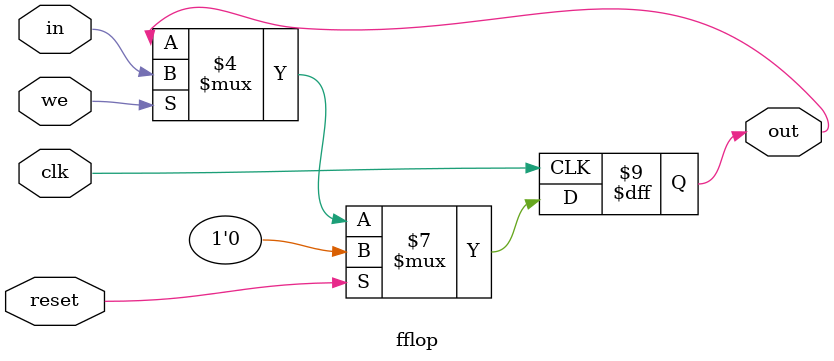
<source format=v>
`ifndef _fflop
`define _fflop

module fflop(
	input wire clk,
	input wire reset,
	input wire we,
	input wire [N-1:0] in,
	output reg [N-1:0] out = {N{1'b0}});

parameter N = 1;

always @(posedge clk) begin
	if (reset)
		out <= {N{1'b0}};
	else if (we)
		out <= in;
	else
		out <= out;
end

endmodule

`endif

</source>
